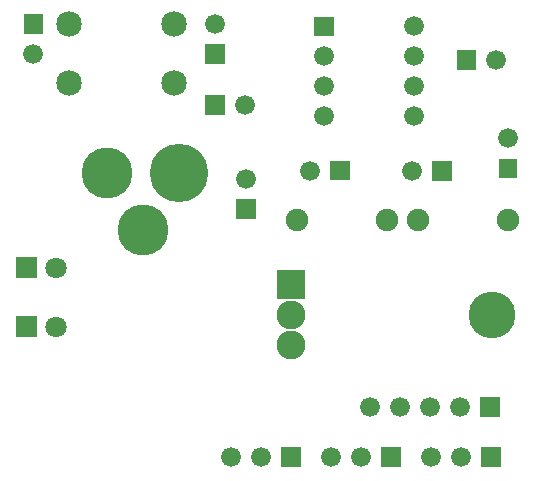
<source format=gbr>
G04 start of page 5 for group -4062 idx -4062 *
G04 Title: (unknown), soldermask *
G04 Creator: pcb 20091103 *
G04 CreationDate: Fri 28 Jan 2011 22:02:30 GMT UTC *
G04 For: thomas *
G04 Format: Gerber/RS-274X *
G04 PCB-Dimensions: 179130 179130 *
G04 PCB-Coordinate-Origin: lower left *
%MOIN*%
%FSLAX25Y25*%
%LNBACKMASK*%
%ADD13C,0.0200*%
%ADD36C,0.0660*%
%ADD37C,0.0850*%
%ADD38C,0.0710*%
%ADD39C,0.1950*%
%ADD40C,0.1700*%
%ADD41C,0.0750*%
%ADD42C,0.0960*%
%ADD43C,0.1560*%
G54D13*G36*
X67566Y161406D02*Y154806D01*
X74166D01*
Y161406D01*
X67566D01*
G37*
G54D36*X86063Y24012D03*
X76063D03*
G54D13*G36*
X6936Y171406D02*Y164806D01*
X13536D01*
Y171406D01*
X6936D01*
G37*
G54D36*X10236Y158106D03*
G54D13*G36*
X4324Y90554D02*Y83454D01*
X11424D01*
Y90554D01*
X4324D01*
G37*
G36*
Y70869D02*Y63769D01*
X11424D01*
Y70869D01*
X4324D01*
G37*
G54D38*X17874Y87004D03*
Y67319D03*
G54D37*X22047Y168106D03*
Y148421D03*
G54D40*X34707Y118564D03*
G54D36*X70866Y168106D03*
G54D37*X57047D03*
G54D13*G36*
X67506Y144645D02*Y138045D01*
X74106D01*
Y144645D01*
X67506D01*
G37*
G54D36*X80806Y141345D03*
G54D37*X57047Y148421D03*
G54D13*G36*
X77716Y109943D02*Y103343D01*
X84316D01*
Y109943D01*
X77716D01*
G37*
G54D36*X81016Y116643D03*
G54D39*X58707Y118564D03*
G54D40*X46707Y99564D03*
G54D13*G36*
X103781Y170720D02*Y164120D01*
X110381D01*
Y170720D01*
X103781D01*
G37*
G54D36*X107081Y157420D03*
Y147420D03*
Y137420D03*
X137081D03*
Y167420D03*
Y147420D03*
Y157420D03*
G54D13*G36*
X151268Y159594D02*Y152994D01*
X157868D01*
Y159594D01*
X151268D01*
G37*
G54D36*X164568Y156294D03*
G54D13*G36*
X143157Y122587D02*Y115987D01*
X149757D01*
Y122587D01*
X143157D01*
G37*
G54D36*X136457Y119287D03*
G54D13*G36*
X165454Y123125D02*Y117025D01*
X171554D01*
Y123125D01*
X165454D01*
G37*
G54D36*X168504Y130075D03*
X102295Y119376D03*
G54D13*G36*
X108995Y122676D02*Y116076D01*
X115595D01*
Y122676D01*
X108995D01*
G37*
G54D41*X128234Y102837D03*
X98234D03*
X138583Y102752D03*
G54D13*G36*
X159220Y43847D02*Y37247D01*
X165820D01*
Y43847D01*
X159220D01*
G37*
G54D36*X152520Y40547D03*
G54D43*X163110Y71285D03*
G54D41*X168583Y102752D03*
G54D36*X142520Y40547D03*
X132520D03*
X122520D03*
G54D13*G36*
X159456Y27312D02*Y20712D01*
X166056D01*
Y27312D01*
X159456D01*
G37*
G54D36*X152756Y24012D03*
X142756D03*
G54D13*G36*
X126149Y27312D02*Y20712D01*
X132749D01*
Y27312D01*
X126149D01*
G37*
G54D36*X119449Y24012D03*
X109449D03*
G54D13*G36*
X92763Y27312D02*Y20712D01*
X99363D01*
Y27312D01*
X92763D01*
G37*
G36*
X91310Y86085D02*Y76485D01*
X100910D01*
Y86085D01*
X91310D01*
G37*
G54D42*X96110Y71285D03*
Y61285D03*
M02*

</source>
